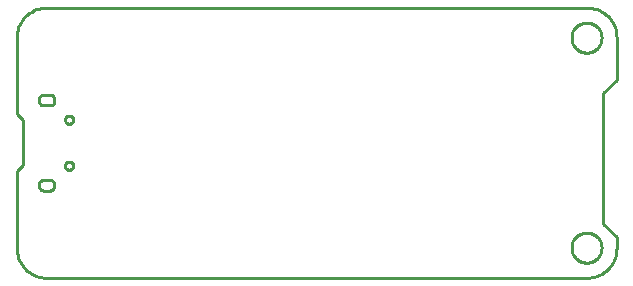
<source format=gbr>
G04 EAGLE Gerber RS-274X export*
G75*
%MOMM*%
%FSLAX34Y34*%
%LPD*%
%IN*%
%IPPOS*%
%AMOC8*
5,1,8,0,0,1.08239X$1,22.5*%
G01*
%ADD10C,0.254000*%


D10*
X0Y25400D02*
X97Y23186D01*
X386Y20989D01*
X865Y18826D01*
X1532Y16713D01*
X2380Y14666D01*
X3403Y12700D01*
X4594Y10831D01*
X5942Y9073D01*
X7440Y7440D01*
X9073Y5942D01*
X10831Y4594D01*
X12700Y3403D01*
X14666Y2380D01*
X16713Y1532D01*
X18826Y865D01*
X20989Y386D01*
X23186Y97D01*
X25400Y0D01*
X482600Y0D01*
X484814Y97D01*
X487011Y386D01*
X489174Y865D01*
X491287Y1532D01*
X493335Y2380D01*
X495300Y3403D01*
X497169Y4594D01*
X498927Y5942D01*
X500561Y7440D01*
X502058Y9073D01*
X503406Y10831D01*
X504597Y12700D01*
X505620Y14666D01*
X506468Y16713D01*
X507135Y18826D01*
X507614Y20989D01*
X507903Y23186D01*
X508000Y25400D01*
X508000Y34290D01*
X496570Y45720D01*
X496570Y156210D01*
X508000Y167640D01*
X508000Y203200D01*
X507903Y205414D01*
X507614Y207611D01*
X507135Y209774D01*
X506468Y211887D01*
X505620Y213935D01*
X504597Y215900D01*
X503406Y217769D01*
X502058Y219527D01*
X500561Y221161D01*
X498927Y222658D01*
X497169Y224006D01*
X495300Y225197D01*
X493335Y226220D01*
X491287Y227068D01*
X489174Y227735D01*
X487011Y228214D01*
X484814Y228503D01*
X482600Y228600D01*
X25400Y228600D01*
X23186Y228503D01*
X20989Y228214D01*
X18826Y227735D01*
X16713Y227068D01*
X14666Y226220D01*
X12700Y225197D01*
X10831Y224006D01*
X9073Y222658D01*
X7440Y221161D01*
X5942Y219527D01*
X4594Y217769D01*
X3403Y215900D01*
X2380Y213935D01*
X1532Y211887D01*
X865Y209774D01*
X386Y207611D01*
X97Y205414D01*
X0Y203200D01*
X0Y138430D01*
X5080Y133350D01*
X5080Y95250D01*
X0Y90170D01*
X0Y25400D01*
X18950Y78300D02*
X18922Y77949D01*
X18924Y77598D01*
X18957Y77248D01*
X19020Y76902D01*
X19113Y76563D01*
X19236Y76233D01*
X19387Y75915D01*
X19564Y75612D01*
X19768Y75325D01*
X19996Y75057D01*
X20246Y74810D01*
X20517Y74586D01*
X20806Y74386D01*
X21112Y74212D01*
X21432Y74066D01*
X21763Y73948D01*
X22103Y73859D01*
X22450Y73800D01*
X28450Y73800D01*
X28797Y73859D01*
X29137Y73948D01*
X29468Y74066D01*
X29788Y74212D01*
X30094Y74386D01*
X30383Y74586D01*
X30654Y74810D01*
X30904Y75057D01*
X31132Y75325D01*
X31336Y75612D01*
X31513Y75915D01*
X31664Y76233D01*
X31787Y76563D01*
X31880Y76902D01*
X31943Y77248D01*
X31976Y77598D01*
X31978Y77949D01*
X31950Y78300D01*
X31978Y78651D01*
X31976Y79002D01*
X31943Y79352D01*
X31880Y79698D01*
X31787Y80037D01*
X31664Y80367D01*
X31513Y80685D01*
X31336Y80988D01*
X31132Y81275D01*
X30904Y81543D01*
X30654Y81790D01*
X30383Y82014D01*
X30094Y82214D01*
X29788Y82388D01*
X29468Y82534D01*
X29137Y82652D01*
X28797Y82741D01*
X28450Y82800D01*
X22450Y82800D01*
X22103Y82741D01*
X21763Y82652D01*
X21432Y82534D01*
X21112Y82388D01*
X20806Y82214D01*
X20517Y82014D01*
X20246Y81790D01*
X19996Y81543D01*
X19768Y81275D01*
X19564Y80988D01*
X19387Y80685D01*
X19236Y80367D01*
X19113Y80037D01*
X19020Y79698D01*
X18957Y79352D01*
X18924Y79002D01*
X18922Y78651D01*
X18950Y78300D01*
X18950Y149300D02*
X18986Y148974D01*
X19050Y148653D01*
X19142Y148338D01*
X19262Y148033D01*
X19407Y147739D01*
X19577Y147459D01*
X19772Y147194D01*
X19988Y146948D01*
X20225Y146722D01*
X20481Y146517D01*
X20754Y146335D01*
X21042Y146177D01*
X21342Y146046D01*
X21652Y145941D01*
X21971Y145863D01*
X22295Y145814D01*
X22622Y145792D01*
X22950Y145800D01*
X28450Y145800D01*
X28755Y145813D01*
X29058Y145853D01*
X29356Y145919D01*
X29647Y146011D01*
X29929Y146128D01*
X30200Y146269D01*
X30458Y146433D01*
X30700Y146619D01*
X30925Y146825D01*
X31131Y147050D01*
X31317Y147292D01*
X31481Y147550D01*
X31622Y147821D01*
X31739Y148103D01*
X31831Y148394D01*
X31897Y148692D01*
X31937Y148995D01*
X31950Y149300D01*
X31950Y151300D01*
X31937Y151605D01*
X31897Y151908D01*
X31831Y152206D01*
X31739Y152497D01*
X31622Y152779D01*
X31481Y153050D01*
X31317Y153308D01*
X31131Y153550D01*
X30925Y153775D01*
X30700Y153981D01*
X30458Y154167D01*
X30200Y154331D01*
X29929Y154472D01*
X29647Y154589D01*
X29356Y154681D01*
X29058Y154747D01*
X28755Y154787D01*
X28450Y154800D01*
X22950Y154800D01*
X22622Y154808D01*
X22295Y154786D01*
X21971Y154737D01*
X21652Y154659D01*
X21342Y154554D01*
X21042Y154423D01*
X20754Y154265D01*
X20481Y154083D01*
X20225Y153878D01*
X19988Y153652D01*
X19772Y153406D01*
X19577Y153142D01*
X19407Y152861D01*
X19262Y152568D01*
X19142Y152262D01*
X19050Y151947D01*
X18986Y151626D01*
X18950Y151300D01*
X18950Y149300D01*
X495300Y202701D02*
X495222Y201706D01*
X495066Y200720D01*
X494833Y199750D01*
X494524Y198801D01*
X494142Y197879D01*
X493689Y196990D01*
X493168Y196139D01*
X492581Y195331D01*
X491933Y194573D01*
X491227Y193867D01*
X490469Y193219D01*
X489661Y192632D01*
X488810Y192111D01*
X487921Y191658D01*
X486999Y191276D01*
X486050Y190967D01*
X485080Y190734D01*
X484094Y190578D01*
X483099Y190500D01*
X482101Y190500D01*
X481106Y190578D01*
X480120Y190734D01*
X479150Y190967D01*
X478201Y191276D01*
X477279Y191658D01*
X476390Y192111D01*
X475539Y192632D01*
X474731Y193219D01*
X473973Y193867D01*
X473267Y194573D01*
X472619Y195331D01*
X472032Y196139D01*
X471511Y196990D01*
X471058Y197879D01*
X470676Y198801D01*
X470367Y199750D01*
X470134Y200720D01*
X469978Y201706D01*
X469900Y202701D01*
X469900Y203699D01*
X469978Y204694D01*
X470134Y205680D01*
X470367Y206650D01*
X470676Y207599D01*
X471058Y208521D01*
X471511Y209410D01*
X472032Y210261D01*
X472619Y211069D01*
X473267Y211827D01*
X473973Y212533D01*
X474731Y213181D01*
X475539Y213768D01*
X476390Y214289D01*
X477279Y214742D01*
X478201Y215124D01*
X479150Y215433D01*
X480120Y215666D01*
X481106Y215822D01*
X482101Y215900D01*
X483099Y215900D01*
X484094Y215822D01*
X485080Y215666D01*
X486050Y215433D01*
X486999Y215124D01*
X487921Y214742D01*
X488810Y214289D01*
X489661Y213768D01*
X490469Y213181D01*
X491227Y212533D01*
X491933Y211827D01*
X492581Y211069D01*
X493168Y210261D01*
X493689Y209410D01*
X494142Y208521D01*
X494524Y207599D01*
X494833Y206650D01*
X495066Y205680D01*
X495222Y204694D01*
X495300Y203699D01*
X495300Y202701D01*
X495300Y24901D02*
X495222Y23906D01*
X495066Y22920D01*
X494833Y21950D01*
X494524Y21001D01*
X494142Y20079D01*
X493689Y19190D01*
X493168Y18339D01*
X492581Y17531D01*
X491933Y16773D01*
X491227Y16067D01*
X490469Y15419D01*
X489661Y14832D01*
X488810Y14311D01*
X487921Y13858D01*
X486999Y13476D01*
X486050Y13167D01*
X485080Y12934D01*
X484094Y12778D01*
X483099Y12700D01*
X482101Y12700D01*
X481106Y12778D01*
X480120Y12934D01*
X479150Y13167D01*
X478201Y13476D01*
X477279Y13858D01*
X476390Y14311D01*
X475539Y14832D01*
X474731Y15419D01*
X473973Y16067D01*
X473267Y16773D01*
X472619Y17531D01*
X472032Y18339D01*
X471511Y19190D01*
X471058Y20079D01*
X470676Y21001D01*
X470367Y21950D01*
X470134Y22920D01*
X469978Y23906D01*
X469900Y24901D01*
X469900Y25899D01*
X469978Y26894D01*
X470134Y27880D01*
X470367Y28850D01*
X470676Y29799D01*
X471058Y30721D01*
X471511Y31610D01*
X472032Y32461D01*
X472619Y33269D01*
X473267Y34027D01*
X473973Y34733D01*
X474731Y35381D01*
X475539Y35968D01*
X476390Y36489D01*
X477279Y36942D01*
X478201Y37324D01*
X479150Y37633D01*
X480120Y37866D01*
X481106Y38022D01*
X482101Y38100D01*
X483099Y38100D01*
X484094Y38022D01*
X485080Y37866D01*
X486050Y37633D01*
X486999Y37324D01*
X487921Y36942D01*
X488810Y36489D01*
X489661Y35968D01*
X490469Y35381D01*
X491227Y34733D01*
X491933Y34027D01*
X492581Y33269D01*
X493168Y32461D01*
X493689Y31610D01*
X494142Y30721D01*
X494524Y29799D01*
X494833Y28850D01*
X495066Y27880D01*
X495222Y26894D01*
X495300Y25899D01*
X495300Y24901D01*
X44221Y130300D02*
X43766Y130360D01*
X43323Y130479D01*
X42899Y130654D01*
X42501Y130884D01*
X42137Y131163D01*
X41813Y131487D01*
X41534Y131851D01*
X41304Y132249D01*
X41129Y132673D01*
X41010Y133116D01*
X40950Y133571D01*
X40950Y134029D01*
X41010Y134484D01*
X41129Y134927D01*
X41304Y135351D01*
X41534Y135749D01*
X41813Y136113D01*
X42137Y136437D01*
X42501Y136716D01*
X42899Y136946D01*
X43323Y137121D01*
X43766Y137240D01*
X44221Y137300D01*
X44679Y137300D01*
X45134Y137240D01*
X45577Y137121D01*
X46001Y136946D01*
X46399Y136716D01*
X46763Y136437D01*
X47087Y136113D01*
X47366Y135749D01*
X47596Y135351D01*
X47771Y134927D01*
X47890Y134484D01*
X47950Y134029D01*
X47950Y133571D01*
X47890Y133116D01*
X47771Y132673D01*
X47596Y132249D01*
X47366Y131851D01*
X47087Y131487D01*
X46763Y131163D01*
X46399Y130884D01*
X46001Y130654D01*
X45577Y130479D01*
X45134Y130360D01*
X44679Y130300D01*
X44221Y130300D01*
X44221Y91300D02*
X43766Y91360D01*
X43323Y91479D01*
X42899Y91654D01*
X42501Y91884D01*
X42137Y92163D01*
X41813Y92487D01*
X41534Y92851D01*
X41304Y93249D01*
X41129Y93673D01*
X41010Y94116D01*
X40950Y94571D01*
X40950Y95029D01*
X41010Y95484D01*
X41129Y95927D01*
X41304Y96351D01*
X41534Y96749D01*
X41813Y97113D01*
X42137Y97437D01*
X42501Y97716D01*
X42899Y97946D01*
X43323Y98121D01*
X43766Y98240D01*
X44221Y98300D01*
X44679Y98300D01*
X45134Y98240D01*
X45577Y98121D01*
X46001Y97946D01*
X46399Y97716D01*
X46763Y97437D01*
X47087Y97113D01*
X47366Y96749D01*
X47596Y96351D01*
X47771Y95927D01*
X47890Y95484D01*
X47950Y95029D01*
X47950Y94571D01*
X47890Y94116D01*
X47771Y93673D01*
X47596Y93249D01*
X47366Y92851D01*
X47087Y92487D01*
X46763Y92163D01*
X46399Y91884D01*
X46001Y91654D01*
X45577Y91479D01*
X45134Y91360D01*
X44679Y91300D01*
X44221Y91300D01*
M02*

</source>
